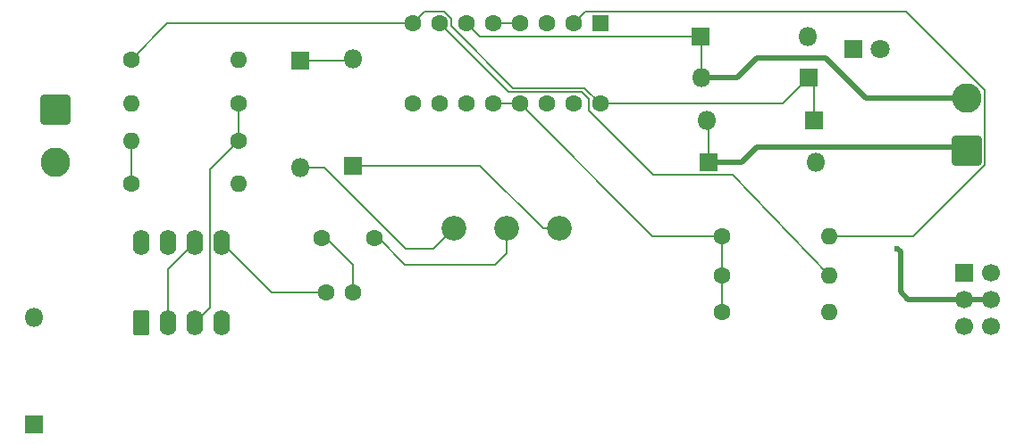
<source format=gbr>
%TF.GenerationSoftware,KiCad,Pcbnew,9.0.2*%
%TF.CreationDate,2025-06-20T16:24:44-04:00*%
%TF.ProjectId,fps555-v5.2,66707335-3535-42d7-9635-2e322e6b6963,rev?*%
%TF.SameCoordinates,Original*%
%TF.FileFunction,Copper,L1,Top*%
%TF.FilePolarity,Positive*%
%FSLAX46Y46*%
G04 Gerber Fmt 4.6, Leading zero omitted, Abs format (unit mm)*
G04 Created by KiCad (PCBNEW 9.0.2) date 2025-06-20 16:24:44*
%MOMM*%
%LPD*%
G01*
G04 APERTURE LIST*
G04 Aperture macros list*
%AMRoundRect*
0 Rectangle with rounded corners*
0 $1 Rounding radius*
0 $2 $3 $4 $5 $6 $7 $8 $9 X,Y pos of 4 corners*
0 Add a 4 corners polygon primitive as box body*
4,1,4,$2,$3,$4,$5,$6,$7,$8,$9,$2,$3,0*
0 Add four circle primitives for the rounded corners*
1,1,$1+$1,$2,$3*
1,1,$1+$1,$4,$5*
1,1,$1+$1,$6,$7*
1,1,$1+$1,$8,$9*
0 Add four rect primitives between the rounded corners*
20,1,$1+$1,$2,$3,$4,$5,0*
20,1,$1+$1,$4,$5,$6,$7,0*
20,1,$1+$1,$6,$7,$8,$9,0*
20,1,$1+$1,$8,$9,$2,$3,0*%
G04 Aperture macros list end*
%TA.AperFunction,ComponentPad*%
%ADD10R,1.700000X1.700000*%
%TD*%
%TA.AperFunction,ComponentPad*%
%ADD11C,1.700000*%
%TD*%
%TA.AperFunction,ComponentPad*%
%ADD12C,1.600000*%
%TD*%
%TA.AperFunction,ComponentPad*%
%ADD13R,1.800000X1.800000*%
%TD*%
%TA.AperFunction,ComponentPad*%
%ADD14O,1.800000X1.800000*%
%TD*%
%TA.AperFunction,ComponentPad*%
%ADD15RoundRect,0.250000X0.550000X-0.950000X0.550000X0.950000X-0.550000X0.950000X-0.550000X-0.950000X0*%
%TD*%
%TA.AperFunction,ComponentPad*%
%ADD16O,1.600000X2.400000*%
%TD*%
%TA.AperFunction,ComponentPad*%
%ADD17O,1.600000X1.600000*%
%TD*%
%TA.AperFunction,ComponentPad*%
%ADD18C,1.800000*%
%TD*%
%TA.AperFunction,ComponentPad*%
%ADD19RoundRect,0.250001X1.149999X-1.149999X1.149999X1.149999X-1.149999X1.149999X-1.149999X-1.149999X0*%
%TD*%
%TA.AperFunction,ComponentPad*%
%ADD20C,2.800000*%
%TD*%
%TA.AperFunction,ComponentPad*%
%ADD21RoundRect,0.250000X-0.550000X0.550000X-0.550000X-0.550000X0.550000X-0.550000X0.550000X0.550000X0*%
%TD*%
%TA.AperFunction,ComponentPad*%
%ADD22RoundRect,0.250001X-1.149999X1.149999X-1.149999X-1.149999X1.149999X-1.149999X1.149999X1.149999X0*%
%TD*%
%TA.AperFunction,ComponentPad*%
%ADD23C,2.340000*%
%TD*%
%TA.AperFunction,ViaPad*%
%ADD24C,0.600000*%
%TD*%
%TA.AperFunction,Conductor*%
%ADD25C,0.500000*%
%TD*%
%TA.AperFunction,Conductor*%
%ADD26C,0.200000*%
%TD*%
G04 APERTURE END LIST*
D10*
%TO.P,U3,1*%
%TO.N,Net-(U2-1A)*%
X145413900Y-80159000D03*
D11*
%TO.P,U3,4*%
%TO.N,Net-(U1-R)*%
X147953900Y-80159000D03*
%TO.P,U3,2*%
%TO.N,VCC*%
X145413900Y-82699000D03*
%TO.P,U3,5*%
X147953900Y-82699000D03*
%TO.P,U3,3*%
%TO.N,Net-(U2-2A)*%
X145413900Y-85239000D03*
%TO.P,U3,6*%
%TO.N,Net-(U1-R)*%
X147953900Y-85239000D03*
%TD*%
D12*
%TO.P,C2,1*%
%TO.N,Net-(U1-THR)*%
X89503900Y-76899000D03*
%TO.P,C2,2*%
%TO.N,GND*%
X84503900Y-76899000D03*
%TD*%
D13*
%TO.P,D6,1,K*%
%TO.N,Net-(D6-K)*%
X120394639Y-57737081D03*
D14*
%TO.P,D6,2,A*%
%TO.N,GND*%
X130554639Y-57737081D03*
%TD*%
D15*
%TO.P,U1,1,GND*%
%TO.N,GND*%
X67453900Y-84899000D03*
D16*
%TO.P,U1,2,TR*%
%TO.N,Net-(U1-THR)*%
X69993900Y-84899000D03*
%TO.P,U1,3,Q*%
%TO.N,Net-(U1-Q)*%
X72533900Y-84899000D03*
%TO.P,U1,4,R*%
%TO.N,Net-(U1-R)*%
X75073900Y-84899000D03*
%TO.P,U1,5,CV*%
%TO.N,Net-(U1-CV)*%
X75073900Y-77279000D03*
%TO.P,U1,6,THR*%
%TO.N,Net-(U1-THR)*%
X72533900Y-77279000D03*
%TO.P,U1,7,DIS*%
%TO.N,Net-(D2-K)*%
X69993900Y-77279000D03*
%TO.P,U1,8,VCC*%
%TO.N,VCC*%
X67453900Y-77279000D03*
%TD*%
D13*
%TO.P,D7,1,K*%
%TO.N,VCC*%
X130701552Y-61617072D03*
D14*
%TO.P,D7,2,A*%
%TO.N,Net-(D6-K)*%
X120541552Y-61617072D03*
%TD*%
D12*
%TO.P,R5,1*%
%TO.N,GND*%
X122453900Y-80399000D03*
D17*
%TO.P,R5,2*%
%TO.N,Net-(U2-2A)*%
X132613900Y-80399000D03*
%TD*%
D13*
%TO.P,D1,1,K*%
%TO.N,GND*%
X134913900Y-58899000D03*
D18*
%TO.P,D1,2,A*%
%TO.N,Net-(D1-A)*%
X137453900Y-58899000D03*
%TD*%
D12*
%TO.P,C1,1*%
%TO.N,Net-(U1-CV)*%
X84953900Y-82032326D03*
%TO.P,C1,2*%
%TO.N,GND*%
X87453900Y-82032326D03*
%TD*%
D19*
%TO.P,M1,1,+*%
%TO.N,Net-(D4-K)*%
X145639567Y-68551775D03*
D20*
%TO.P,M1,2,-*%
%TO.N,Net-(D6-K)*%
X145639567Y-63551775D03*
%TD*%
D12*
%TO.P,R4,1*%
%TO.N,Net-(U2-EN1\u002C2)*%
X66497108Y-71666498D03*
D17*
%TO.P,R4,2*%
%TO.N,GND*%
X76657108Y-71666498D03*
%TD*%
D12*
%TO.P,R2,1*%
%TO.N,VCC*%
X66497108Y-59899000D03*
D17*
%TO.P,R2,2*%
%TO.N,Net-(D2-K)*%
X76657108Y-59899000D03*
%TD*%
D13*
%TO.P,D2,1,K*%
%TO.N,Net-(D2-K)*%
X82453900Y-59979000D03*
D14*
%TO.P,D2,2,A*%
%TO.N,Net-(D2-A)*%
X82453900Y-70139000D03*
%TD*%
D21*
%TO.P,U2,1,EN1\u002C2*%
%TO.N,Net-(U2-EN1\u002C2)*%
X110941579Y-56485660D03*
D12*
%TO.P,U2,2,1A*%
%TO.N,Net-(U2-1A)*%
X108401579Y-56485660D03*
%TO.P,U2,3,1Y*%
%TO.N,Net-(D4-K)*%
X105861579Y-56485660D03*
%TO.P,U2,4,GND*%
%TO.N,GND*%
X103321579Y-56485660D03*
%TO.P,U2,5,GND*%
X100781579Y-56485660D03*
%TO.P,U2,6,2Y*%
%TO.N,Net-(D6-K)*%
X98241579Y-56485660D03*
%TO.P,U2,7,2A*%
%TO.N,Net-(U2-2A)*%
X95701579Y-56485660D03*
%TO.P,U2,8,VCC2*%
%TO.N,VCC*%
X93161579Y-56485660D03*
%TO.P,U2,9,EN3\u002C4*%
%TO.N,unconnected-(U2-EN3\u002C4-Pad9)*%
X93161579Y-64105660D03*
%TO.P,U2,10,3A*%
%TO.N,unconnected-(U2-3A-Pad10)*%
X95701579Y-64105660D03*
%TO.P,U2,11,3Y*%
%TO.N,unconnected-(U2-3Y-Pad11)*%
X98241579Y-64105660D03*
%TO.P,U2,12,GND*%
%TO.N,GND*%
X100781579Y-64105660D03*
%TO.P,U2,13,GND*%
X103321579Y-64105660D03*
%TO.P,U2,14,4Y*%
%TO.N,unconnected-(U2-4Y-Pad14)*%
X105861579Y-64105660D03*
%TO.P,U2,15,4A*%
%TO.N,unconnected-(U2-4A-Pad15)*%
X108401579Y-64105660D03*
%TO.P,U2,16,VCC1*%
%TO.N,VCC*%
X110941579Y-64105660D03*
%TD*%
D13*
%TO.P,D8,1,K*%
%TO.N,VCC*%
X57259245Y-94519000D03*
D14*
%TO.P,D8,2,A*%
%TO.N,+9V*%
X57259245Y-84359000D03*
%TD*%
D13*
%TO.P,D4,1,K*%
%TO.N,Net-(D4-K)*%
X121158586Y-69666418D03*
D14*
%TO.P,D4,2,A*%
%TO.N,GND*%
X131318586Y-69666418D03*
%TD*%
D12*
%TO.P,R6,1*%
%TO.N,GND*%
X122453900Y-76659568D03*
D17*
%TO.P,R6,2*%
%TO.N,Net-(U2-1A)*%
X132613900Y-76659568D03*
%TD*%
D12*
%TO.P,R1,1*%
%TO.N,Net-(U1-Q)*%
X76657108Y-64070328D03*
D17*
%TO.P,R1,2*%
%TO.N,Net-(D1-A)*%
X66497108Y-64070328D03*
%TD*%
D12*
%TO.P,R7,1*%
%TO.N,GND*%
X122453900Y-83899000D03*
D17*
%TO.P,R7,2*%
%TO.N,Net-(U1-R)*%
X132613900Y-83899000D03*
%TD*%
D13*
%TO.P,D5,1,K*%
%TO.N,VCC*%
X131178053Y-65670384D03*
D14*
%TO.P,D5,2,A*%
%TO.N,Net-(D4-K)*%
X121018053Y-65670384D03*
%TD*%
D22*
%TO.P,J1,1,Pin_1*%
%TO.N,GND*%
X59332944Y-64693835D03*
D20*
%TO.P,J1,2,Pin_2*%
%TO.N,+9V*%
X59332944Y-69693835D03*
%TD*%
D12*
%TO.P,R3,1*%
%TO.N,Net-(U1-Q)*%
X76657108Y-67666498D03*
D17*
%TO.P,R3,2*%
%TO.N,Net-(U2-EN1\u002C2)*%
X66497108Y-67666498D03*
%TD*%
D23*
%TO.P,RV1,1,1*%
%TO.N,Net-(D2-A)*%
X97074328Y-75930214D03*
%TO.P,RV1,2,2*%
%TO.N,Net-(U1-THR)*%
X102074328Y-75930214D03*
%TO.P,RV1,3,3*%
%TO.N,Net-(D3-K)*%
X107074328Y-75930214D03*
%TD*%
D13*
%TO.P,D3,1,K*%
%TO.N,Net-(D3-K)*%
X87453900Y-69979000D03*
D14*
%TO.P,D3,2,A*%
%TO.N,Net-(D2-K)*%
X87453900Y-59819000D03*
%TD*%
D24*
%TO.N,VCC*%
X139050000Y-77850000D03*
%TD*%
D25*
%TO.N,VCC*%
X145413900Y-82699000D02*
X147953900Y-82699000D01*
X139350000Y-81950000D02*
X139350000Y-78150000D01*
X140099000Y-82699000D02*
X139350000Y-81950000D01*
X145413900Y-82699000D02*
X140099000Y-82699000D01*
X139350000Y-78150000D02*
X139050000Y-77850000D01*
%TO.N,Net-(D6-K)*%
X120541552Y-61617072D02*
X123882928Y-61617072D01*
X123882928Y-61617072D02*
X125750000Y-59750000D01*
X125750000Y-59750000D02*
X132250000Y-59750000D01*
X132250000Y-59750000D02*
X136051775Y-63551775D01*
X136051775Y-63551775D02*
X145639567Y-63551775D01*
%TO.N,Net-(D4-K)*%
X124333582Y-69666418D02*
X125750000Y-68250000D01*
X121158586Y-69666418D02*
X124333582Y-69666418D01*
X125750000Y-68250000D02*
X145337792Y-68250000D01*
X145337792Y-68250000D02*
X145639567Y-68551775D01*
D26*
%TO.N,Net-(U1-CV)*%
X79827226Y-82032326D02*
X75073900Y-77279000D01*
X84953900Y-82032326D02*
X79827226Y-82032326D01*
%TO.N,GND*%
X115875487Y-76659568D02*
X103321579Y-64105660D01*
X122453900Y-80399000D02*
X122453900Y-79979000D01*
X122453900Y-76659568D02*
X115875487Y-76659568D01*
X122453900Y-83899000D02*
X122453900Y-80399000D01*
X100781579Y-56485660D02*
X103321579Y-56485660D01*
X122453900Y-76659568D02*
X122453900Y-80399000D01*
X87453900Y-79399000D02*
X84953900Y-76899000D01*
X100781579Y-64105660D02*
X103321579Y-64105660D01*
X87453900Y-82032326D02*
X87453900Y-79399000D01*
%TO.N,Net-(U1-THR)*%
X69993900Y-84899000D02*
X69993900Y-79819000D01*
X102074328Y-78278572D02*
X102074328Y-75930214D01*
X92424900Y-79370000D02*
X100982900Y-79370000D01*
X100982900Y-79370000D02*
X102074328Y-78278572D01*
X89953900Y-76899000D02*
X92424900Y-79370000D01*
X69993900Y-79819000D02*
X72533900Y-77279000D01*
%TO.N,Net-(D2-A)*%
X92510950Y-77899000D02*
X95105542Y-77899000D01*
X95105542Y-77899000D02*
X97074328Y-75930214D01*
X82453900Y-70139000D02*
X84750950Y-70139000D01*
X84750950Y-70139000D02*
X92510950Y-77899000D01*
%TO.N,Net-(D2-K)*%
X82453900Y-59979000D02*
X87293900Y-59979000D01*
X87293900Y-59979000D02*
X87453900Y-59819000D01*
%TO.N,Net-(D3-K)*%
X87453900Y-69979000D02*
X99533900Y-69979000D01*
X105485114Y-75930214D02*
X107074328Y-75930214D01*
X99533900Y-69979000D02*
X105485114Y-75930214D01*
%TO.N,Net-(D4-K)*%
X121158586Y-65810917D02*
X121018053Y-65670384D01*
X121158586Y-69666418D02*
X121158586Y-65810917D01*
%TO.N,Net-(D6-K)*%
X99493000Y-57737081D02*
X98241579Y-56485660D01*
X120394639Y-57737081D02*
X99493000Y-57737081D01*
X120541552Y-57883994D02*
X120394639Y-57737081D01*
X120541552Y-61617072D02*
X120541552Y-57883994D01*
%TO.N,Net-(U1-Q)*%
X76657108Y-67666498D02*
X73972900Y-70350706D01*
X76657108Y-67666498D02*
X76657108Y-64070328D01*
X73972900Y-70350706D02*
X73972900Y-83460000D01*
X73972900Y-83460000D02*
X72533900Y-84899000D01*
%TO.N,Net-(U2-EN1\u002C2)*%
X66497108Y-71666498D02*
X66497108Y-67666498D01*
%TO.N,Net-(U2-2A)*%
X109195629Y-63004660D02*
X109840579Y-63649610D01*
X109840579Y-63649610D02*
X109840579Y-64785679D01*
X102220579Y-63004660D02*
X109195629Y-63004660D01*
X109840579Y-64785679D02*
X115922318Y-70867418D01*
X123502318Y-70867418D02*
X132613900Y-80399000D01*
X115922318Y-70867418D02*
X123502318Y-70867418D01*
X95701579Y-56485660D02*
X102220579Y-63004660D01*
%TO.N,Net-(U2-1A)*%
X109502579Y-55384660D02*
X139878030Y-55384660D01*
X147340567Y-62847197D02*
X147340567Y-69936935D01*
X147340567Y-69936935D02*
X144166201Y-73111301D01*
X108401579Y-56485660D02*
X109502579Y-55384660D01*
X144166201Y-73111301D02*
X140617934Y-76659568D01*
X139878030Y-55384660D02*
X147340567Y-62847197D01*
X140617934Y-76659568D02*
X132613900Y-76659568D01*
%TO.N,Net-(U1-R)*%
X132646662Y-83931762D02*
X132613900Y-83899000D01*
%TO.N,VCC*%
X96157629Y-55384660D02*
X96802579Y-56029610D01*
X131178053Y-65670384D02*
X131178053Y-62093573D01*
X128212964Y-64105660D02*
X110941579Y-64105660D01*
X93161579Y-56485660D02*
X94262579Y-55384660D01*
X131178053Y-62093573D02*
X130701552Y-61617072D01*
X96802579Y-56747679D02*
X102658560Y-62603660D01*
X130701552Y-61617072D02*
X128212964Y-64105660D01*
X96802579Y-56029610D02*
X96802579Y-56747679D01*
X102658560Y-62603660D02*
X109439579Y-62603660D01*
X94262579Y-55384660D02*
X96157629Y-55384660D01*
X69910448Y-56485660D02*
X93161579Y-56485660D01*
X109439579Y-62603660D02*
X110941579Y-64105660D01*
X66497108Y-59899000D02*
X69910448Y-56485660D01*
%TD*%
M02*

</source>
